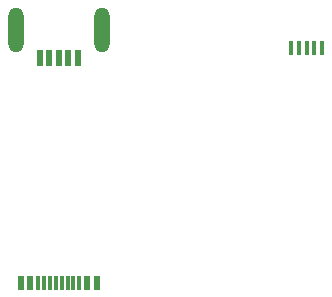
<source format=gbr>
G04 #@! TF.GenerationSoftware,KiCad,Pcbnew,(5.0.2)-1*
G04 #@! TF.CreationDate,2019-03-12T07:40:32+07:00*
G04 #@! TF.ProjectId,adapter,61646170-7465-4722-9e6b-696361645f70,rev?*
G04 #@! TF.SameCoordinates,Original*
G04 #@! TF.FileFunction,Paste,Top*
G04 #@! TF.FilePolarity,Positive*
%FSLAX46Y46*%
G04 Gerber Fmt 4.6, Leading zero omitted, Abs format (unit mm)*
G04 Created by KiCad (PCBNEW (5.0.2)-1) date 12/03/2019 7:40:32 SA*
%MOMM*%
%LPD*%
G01*
G04 APERTURE LIST*
%ADD10R,0.450000X1.300000*%
%ADD11O,1.300000X3.800000*%
%ADD12R,0.500000X1.400000*%
%ADD13R,0.300000X1.150000*%
%ADD14R,0.600000X1.150000*%
G04 APERTURE END LIST*
D10*
G04 #@! TO.C,Micro USB*
X47300000Y-20150000D03*
X46650000Y-20150000D03*
X46000000Y-20150000D03*
X45350000Y-20150000D03*
X44700000Y-20150000D03*
G04 #@! TD*
D11*
G04 #@! TO.C,Mini USB*
X21350000Y-18600000D03*
X28650000Y-18600000D03*
D12*
X23400000Y-21000000D03*
X24200000Y-21000000D03*
X25000000Y-21000000D03*
X25800000Y-21000000D03*
X26600000Y-21000000D03*
G04 #@! TD*
D13*
G04 #@! TO.C,*
X24750000Y-40055000D03*
D14*
X28200000Y-40055000D03*
X27400000Y-40055000D03*
X22600000Y-40055000D03*
X21800000Y-40055000D03*
D13*
X25250000Y-40055000D03*
X25750000Y-40055000D03*
X26250000Y-40055000D03*
X26750000Y-40055000D03*
X24250000Y-40055000D03*
X23750000Y-40055000D03*
X23250000Y-40055000D03*
G04 #@! TD*
M02*

</source>
